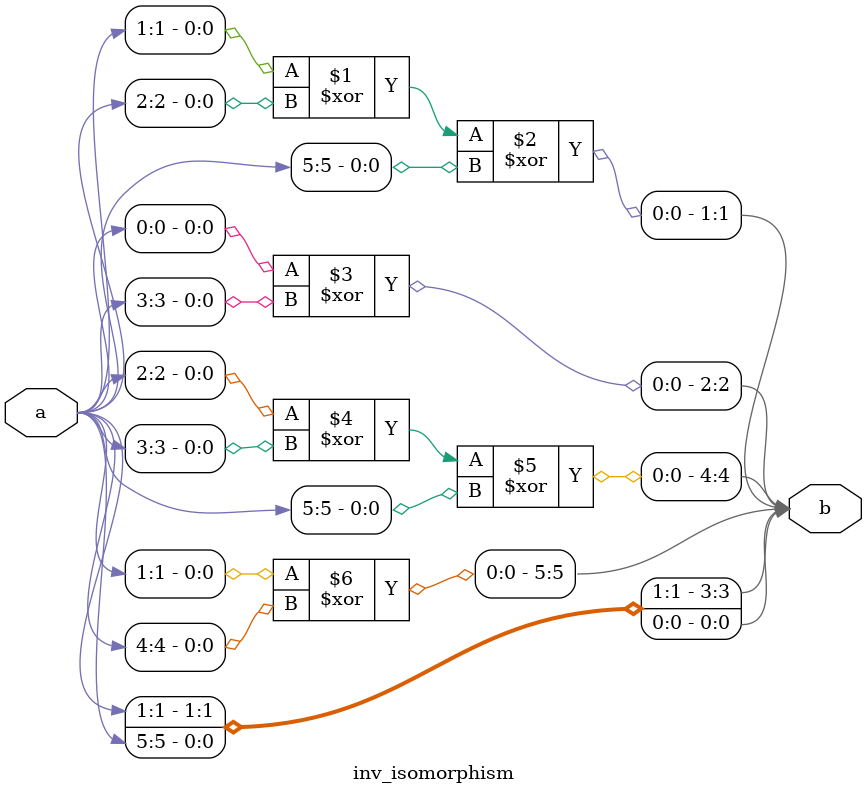
<source format=v>
`timescale 1ns/100ps
module SMS23_5_nn_1_4(x,y);
	 input [5:0] x;
	 output [5:0] y;
	 wire [5:0] w;
	 wire [5:0] p;
	 isomorphism C2 (x,w);
	 power_5 C3 (w,p);
	 inv_isomorphism C4 (p,y);
endmodule

module square_base(a,b);
	 input [1:0] a;
	 output [1:0] b;
	 assign b[0]=a[1];
	 assign b[1]=a[0];
endmodule

module add_base(a,b,c);
	 input [1:0] a;
	 input [1:0] b;
	 output [1:0] c;
	 assign c[0]=a[0]^b[0];
	 assign c[1]=a[1]^b[1];
endmodule

module constant_multiplication_base_0(a,b);
	 input [1:0] a;
	 output [1:0] b;
	 assign b[0]=0;
	 assign b[1]=0;
endmodule

module constant_multiplication_base_1(a,b);
	 input [1:0] a;
	 output [1:0] b;
	 assign b[0]=a[0];
	 assign b[1]=a[1];
endmodule

module constant_multiplication_base_2(a,b);
	 input [1:0] a;
	 output [1:0] b;
	 assign b[0]=a[1];
	 assign b[1]=a[0]^a[1];
endmodule

module constant_multiplication_base_3(a,b);
	 input [1:0] a;
	 output [1:0] b;
	 assign b[0]=a[0]^a[1];
	 assign b[1]=a[0];
endmodule

module multiplication_base(a,b,c);
	 input [1:0] a;
	 input [1:0] b;
	 output [1:0] c;
	 wire t;
	 assign t=(a[0]&b[1])^(a[1]&b[0]);
	 assign c[0]=(a[1]&b[1])^t;
	 assign c[1]=(a[0]&b[0])^t;
endmodule
module power_5(a,b);
	 input [5:0] a;
	 output [5:0] b;
	 wire [1:0] x_0;
	 wire [1:0] x_1;
	 wire [1:0] x_2;
	 wire [1:0] y_0;
	 wire [1:0] y_1;
	 wire [1:0] y_2;
	 wire [1:0] y_3;
	 wire [1:0] y_4;
	 wire [1:0] y_5;
	 wire [1:0] z_00;
	 wire [1:0] z_01;
	 wire [1:0] z_02;
	 wire [1:0] z_03;
	 wire [1:0] z_04;
	 wire [1:0] z_10;
	 wire [1:0] z_11;
	 wire [1:0] z_12;
	 wire [1:0] z_13;
	 wire [1:0] z_14;
	 wire [1:0] z_20;
	 wire [1:0] z_21;
	 wire [1:0] z_22;
	 wire [1:0] z_23;
	 wire [1:0] z_24;
	 wire [1:0] w_00;
	 wire [1:0] w_01;
	 wire [1:0] w_02;
	 wire [1:0] w_03;
	 wire [1:0] w_04;
	 wire [1:0] w_05;
	 wire [1:0] w_10;
	 wire [1:0] w_11;
	 wire [1:0] w_12;
	 wire [1:0] w_13;
	 wire [1:0] w_14;
	 wire [1:0] w_15;
	 wire [1:0] w_20;
	 wire [1:0] w_21;
	 wire [1:0] w_22;
	 wire [1:0] w_23;
	 wire [1:0] w_24;
	 wire [1:0] w_25;
	 assign x_0[0]=a[0];
	 assign x_0[1]=a[1];
	 assign x_1[0]=a[2];
	 assign x_1[1]=a[3];
	 assign x_2[0]=a[4];
	 assign x_2[1]=a[5];
	 square_base A1 (x_0,y_0);
	 square_base A2 (x_1,y_1);
	 square_base A3 (x_2,y_2);
	 multiplication_base A4 (x_0,x_1,y_3);
	 multiplication_base A5 (x_0,x_2,y_4);
	 multiplication_base A6 (x_1,x_2,y_5);
	 constant_multiplication_base_0 MC00 (y_0,w_00);
	 constant_multiplication_base_2 MC01 (y_1,w_01);
	 constant_multiplication_base_2 MC02 (y_2,w_02);
	 constant_multiplication_base_0 MC03 (y_3,w_03);
	 constant_multiplication_base_2 MC04 (y_4,w_04);
	 constant_multiplication_base_0 MC05 (y_5,w_05);
	 constant_multiplication_base_2 MC10 (y_0,w_10);
	 constant_multiplication_base_0 MC11 (y_1,w_11);
	 constant_multiplication_base_2 MC12 (y_2,w_12);
	 constant_multiplication_base_2 MC13 (y_3,w_13);
	 constant_multiplication_base_0 MC14 (y_4,w_14);
	 constant_multiplication_base_0 MC15 (y_5,w_15);
	 constant_multiplication_base_2 MC20 (y_0,w_20);
	 constant_multiplication_base_2 MC21 (y_1,w_21);
	 constant_multiplication_base_0 MC22 (y_2,w_22);
	 constant_multiplication_base_0 MC23 (y_3,w_23);
	 constant_multiplication_base_0 MC24 (y_4,w_24);
	 constant_multiplication_base_2 MC25 (y_5,w_25);
	 add_base B00 (w_00,w_01,z_00);
	 add_base B01 (w_02,w_03,z_01);
	 add_base B02 (w_04,w_05,z_02);
	 add_base B03 (z_00,z_01,z_03);
	 add_base B04 (z_03,z_02,z_04);
	 add_base B10 (w_10,w_11,z_10);
	 add_base B11 (w_12,w_13,z_11);
	 add_base B12 (w_14,w_15,z_12);
	 add_base B13 (z_10,z_11,z_13);
	 add_base B14 (z_13,z_12,z_14);
	 add_base B20 (w_20,w_21,z_20);
	 add_base B21 (w_22,w_23,z_21);
	 add_base B22 (w_24,w_25,z_22);
	 add_base B23 (z_20,z_21,z_23);
	 add_base B24 (z_23,z_22,z_24);
	 assign b[0]=z_04[0];
	 assign b[1]=z_04[1];
	 assign b[2]=z_14[0];
	 assign b[3]=z_14[1];
	 assign b[4]=z_24[0];
	 assign b[5]=z_24[1];
endmodule

module isomorphism(a,b);
	 input [5:0] a;
	 output [5:0] b;
	 assign b[0]=a[0]^a[1]^a[2]^a[3]^a[5];
	 assign b[1]=a[1]^a[2]^a[5];
	 assign b[2]=a[0]^a[1]^a[4]^a[5];
	 assign b[3]=a[4]^a[5];
	 assign b[4]=a[2]^a[4];
	 assign b[5]=a[5];
endmodule

module inv_isomorphism(a,b);
	 input [5:0] a;
	 output [5:0] b;
	 assign b[0]=a[5];
	 assign b[1]=a[1]^a[2]^a[5];
	 assign b[2]=a[0]^a[3];
	 assign b[3]=a[1];
	 assign b[4]=a[2]^a[3]^a[5];
	 assign b[5]=a[1]^a[4];
endmodule


</source>
